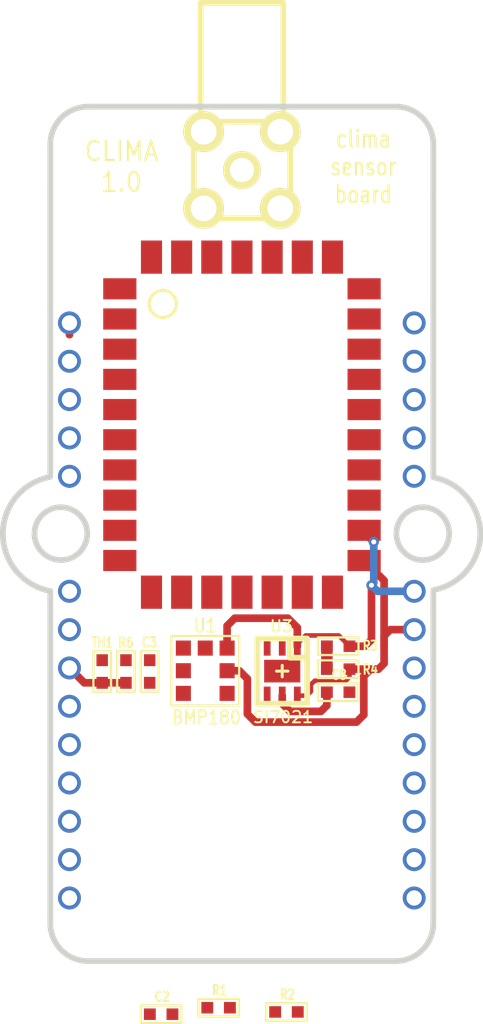
<source format=kicad_pcb>
(kicad_pcb (version 4) (host pcbnew "(2014-jul-16 BZR unknown)-product")

  (general
    (links 66)
    (no_connects 54)
    (area 144.564099 37.552699 217.745184 117.256506)
    (thickness 1.6002)
    (drawings 36)
    (tracks 56)
    (zones 0)
    (modules 15)
    (nets 31)
  )

  (page A4)
  (title_block
    (title "Clima sensor board for panStamp")
    (date "25 Feb 2015")
    (rev 1.0)
    (company panStamp)
  )

  (layers
    (0 Front signal)
    (1 Ground power)
    (2 Power power)
    (31 Back signal)
    (32 B.Adhes user)
    (33 F.Adhes user)
    (34 B.Paste user)
    (35 F.Paste user)
    (36 B.SilkS user)
    (37 F.SilkS user)
    (38 B.Mask user)
    (39 F.Mask user)
    (40 Dwgs.User user)
    (41 Cmts.User user)
    (42 Eco1.User user)
    (43 Eco2.User user)
    (44 Edge.Cuts user)
  )

  (setup
    (last_trace_width 0.508)
    (user_trace_width 0.2032)
    (user_trace_width 0.254)
    (user_trace_width 0.3048)
    (user_trace_width 0.508)
    (user_trace_width 0.762)
    (user_trace_width 1.016)
    (user_trace_width 1.27)
    (user_trace_width 0.2032)
    (user_trace_width 0.254)
    (user_trace_width 0.3048)
    (user_trace_width 0.381)
    (user_trace_width 0.508)
    (user_trace_width 0.762)
    (user_trace_width 1.016)
    (user_trace_width 1.27)
    (user_trace_width 1.778)
    (user_trace_width 0.2032)
    (user_trace_width 0.254)
    (user_trace_width 0.3048)
    (user_trace_width 0.381)
    (user_trace_width 0.508)
    (user_trace_width 0.762)
    (user_trace_width 1.016)
    (user_trace_width 1.27)
    (user_trace_width 1.778)
    (trace_clearance 0.1524)
    (zone_clearance 0.1524)
    (zone_45_only yes)
    (trace_min 0.1524)
    (segment_width 0.381)
    (edge_width 0.381)
    (via_size 0.6858)
    (via_drill 0.3302)
    (via_min_size 0.6858)
    (via_min_drill 0.3302)
    (user_via 0.6096 0.1016)
    (user_via 0.8763 0.3683)
    (user_via 0.6858 0.3302)
    (user_via 0.8763 0.3683)
    (user_via 0.6858 0.3302)
    (user_via 0.8763 0.3683)
    (uvia_size 0.5588)
    (uvia_drill 0.254)
    (uvias_allowed no)
    (uvia_min_size 0.508)
    (uvia_min_drill 0.254)
    (pcb_text_width 0.3048)
    (pcb_text_size 1.524 2.032)
    (mod_edge_width 0.1524)
    (mod_text_size 1.524 1.524)
    (mod_text_width 0.3048)
    (pad_size 1.3 1.3)
    (pad_drill 0.7)
    (pad_to_mask_clearance 0)
    (aux_axis_origin 162.52952 122.1486)
    (visible_elements FFFFF7BF)
    (pcbplotparams
      (layerselection 0x010f0_80000001)
      (usegerberextensions true)
      (excludeedgelayer true)
      (linewidth 0.150000)
      (plotframeref false)
      (viasonmask false)
      (mode 1)
      (useauxorigin false)
      (hpglpennumber 1)
      (hpglpenspeed 20)
      (hpglpendiameter 15)
      (hpglpenoverlay 2)
      (psnegative false)
      (psa4output false)
      (plotreference true)
      (plotvalue true)
      (plotinvisibletext false)
      (padsonsilk false)
      (subtractmaskfromsilk false)
      (outputformat 1)
      (mirror false)
      (drillshape 0)
      (scaleselection 1)
      (outputdirectory production/))
  )

  (net 0 "")
  (net 1 /RESET)
  (net 2 GND)
  (net 3 VCC)
  (net 4 "Net-(ANT1-Pad1)")
  (net 5 /D0)
  (net 6 /D1)
  (net 7 /D14)
  (net 8 /D15)
  (net 9 /D16)
  (net 10 /D17)
  (net 11 /D18)
  (net 12 /D2)
  (net 13 /TEST)
  (net 14 /D12)
  (net 15 /D11)
  (net 16 /D10)
  (net 17 /D9)
  (net 18 /D8)
  (net 19 /D19)
  (net 20 /D20)
  (net 21 /D21)
  (net 22 /D22)
  (net 23 +3.3V)
  (net 24 /A5)
  (net 25 /TXD)
  (net 26 /RXD)
  (net 27 /PSU_EN)
  (net 28 "Net-(R1-Pad2)")
  (net 29 /I2C_SDA)
  (net 30 /I2C_SCL)

  (net_class Default "This is the default net class."
    (clearance 0.1524)
    (trace_width 0.1524)
    (via_dia 0.6858)
    (via_drill 0.3302)
    (uvia_dia 0.5588)
    (uvia_drill 0.254)
    (add_net +3.3V)
    (add_net /A5)
    (add_net /D0)
    (add_net /D1)
    (add_net /D10)
    (add_net /D11)
    (add_net /D12)
    (add_net /D14)
    (add_net /D15)
    (add_net /D16)
    (add_net /D17)
    (add_net /D18)
    (add_net /D19)
    (add_net /D2)
    (add_net /D20)
    (add_net /D21)
    (add_net /D22)
    (add_net /D8)
    (add_net /D9)
    (add_net /I2C_SCL)
    (add_net /I2C_SDA)
    (add_net /PSU_EN)
    (add_net /RESET)
    (add_net /RXD)
    (add_net /TEST)
    (add_net /TXD)
    (add_net GND)
    (add_net "Net-(ANT1-Pad1)")
    (add_net "Net-(R1-Pad2)")
    (add_net VCC)
  )

  (module myconnectors:SMA_RightAngle_Tyco (layer Front) (tedit 55031D9C) (tstamp 54EDB777)
    (at 197.33 48.97)
    (path /55099D0E)
    (fp_text reference ANT1 (at 0 -6.37) (layer F.SilkS) hide
      (effects (font (thickness 0.3048)))
    )
    (fp_text value ANTENNA (at -0.54 -6.19) (layer F.SilkS) hide
      (effects (font (thickness 0.3048)))
    )
    (fp_line (start 2.7432 -3.2004) (end 2.7432 -11.0744) (layer F.SilkS) (width 0.381))
    (fp_line (start 2.7432 -11.0744) (end -2.7432 -11.0744) (layer F.SilkS) (width 0.381))
    (fp_line (start -2.7432 -11.0744) (end -2.7432 -3.2512) (layer F.SilkS) (width 0.381))
    (fp_line (start 3.2004 3.2004) (end -3.2004 3.2004) (layer F.SilkS) (width 0.381))
    (fp_line (start -3.2004 3.2004) (end -3.2004 -3.2004) (layer F.SilkS) (width 0.381))
    (fp_line (start -3.2004 -3.2004) (end 3.2004 -3.2004) (layer F.SilkS) (width 0.381))
    (fp_line (start 3.2004 -3.2004) (end 3.2004 3.2004) (layer F.SilkS) (width 0.381))
    (pad 1 thru_hole circle (at 0 0) (size 2.49936 2.49936) (drill 1.6002) (layers *.Cu *.Mask F.SilkS)
      (net 4 "Net-(ANT1-Pad1)"))
    (pad 2 thru_hole circle (at 2.54 -2.54) (size 2.70002 2.70002) (drill 1.69926) (layers *.Cu *.Mask F.SilkS)
      (net 2 GND))
    (pad 2 thru_hole circle (at -2.54 -2.54) (size 2.70002 2.70002) (drill 1.69926) (layers *.Cu *.Mask F.SilkS)
      (net 2 GND))
    (pad 2 thru_hole circle (at -2.54 2.54) (size 2.70002 2.70002) (drill 1.69926) (layers *.Cu *.Mask F.SilkS)
      (net 2 GND))
    (pad 2 thru_hole circle (at 2.54 2.54) (size 2.70002 2.70002) (drill 1.69926) (layers *.Cu *.Mask F.SilkS)
      (net 2 GND))
  )

  (module myconnectors:pin_array_1x14 (layer Front) (tedit 55030D1B) (tstamp 55038D38)
    (at 185.89 80.89 270)
    (descr "PIN HEADER - 0.1\"")
    (tags "PIN HEADER - 0.1\"")
    (path /55085132)
    (attr virtual)
    (fp_text reference P1 (at -18.2 2.59 270) (layer F.SilkS) hide
      (effects (font (size 1.27 1.27) (thickness 0.0889)))
    )
    (fp_text value CONN_01X14 (at -10.16 2.54 270) (layer F.SilkS) hide
      (effects (font (size 1.27 1.27) (thickness 0.0889)))
    )
    (pad 1 thru_hole circle (at -21.79 0 270) (size 1.524 1.524) (drill 1.016) (layers *.Cu *.Mask)
      (net 20 /D20))
    (pad 2 thru_hole circle (at -19.25 0 270) (size 1.524 1.524) (drill 1.016) (layers *.Cu *.Mask)
      (net 19 /D19))
    (pad 3 thru_hole circle (at -16.71 0 270) (size 1.524 1.524) (drill 1.016) (layers *.Cu *.Mask)
      (net 11 /D18))
    (pad 4 thru_hole circle (at -14.17 0 270) (size 1.524 1.524) (drill 1.016) (layers *.Cu *.Mask)
      (net 10 /D17))
    (pad 5 thru_hole circle (at -11.63 0 270) (size 1.524 1.524) (drill 1.016) (layers *.Cu *.Mask)
      (net 9 /D16))
    (pad 6 thru_hole circle (at -4.01 0 270) (size 1.524 1.524) (drill 1.016) (layers *.Cu *.Mask)
      (net 8 /D15))
    (pad 7 thru_hole circle (at -1.47 0 270) (size 1.524 1.524) (drill 1.016) (layers *.Cu *.Mask)
      (net 7 /D14))
    (pad 8 thru_hole circle (at 1.07 0 270) (size 1.524 1.524) (drill 1.016) (layers *.Cu *.Mask)
      (net 24 /A5))
    (pad 9 thru_hole circle (at 3.61 0 270) (size 1.524 1.524) (drill 1.016) (layers *.Cu *.Mask)
      (net 14 /D12))
    (pad 10 thru_hole circle (at 6.15 0 270) (size 1.524 1.524) (drill 1.016) (layers *.Cu *.Mask)
      (net 15 /D11))
    (pad 11 thru_hole circle (at 8.69 0 270) (size 1.524 1.524) (drill 1.016) (layers *.Cu *.Mask)
      (net 16 /D10))
    (pad 12 thru_hole circle (at 11.23 0 270) (size 1.524 1.524) (drill 1.016) (layers *.Cu *.Mask)
      (net 17 /D9))
    (pad 13 thru_hole circle (at 13.77 0 270) (size 1.524 1.524) (drill 1.016) (layers *.Cu *.Mask)
      (net 18 /D8))
    (pad 14 thru_hole circle (at 16.31 0 270) (size 1.524 1.524) (drill 1.016) (layers *.Cu *.Mask)
      (net 2 GND))
  )

  (module myconnectors:pin_array_1x14 (layer Front) (tedit 55030DE0) (tstamp 55038C5F)
    (at 208.75 80.89 270)
    (descr "PIN HEADER - 0.1\"")
    (tags "PIN HEADER - 0.1\"")
    (path /55085133)
    (attr virtual)
    (fp_text reference P2 (at -16.51 -2.54 270) (layer F.SilkS) hide
      (effects (font (size 1.27 1.27) (thickness 0.0889)))
    )
    (fp_text value CONN_01X14 (at -8.58 -2.66 270) (layer F.SilkS) hide
      (effects (font (size 1.27 1.27) (thickness 0.0889)))
    )
    (pad 1 thru_hole circle (at -21.79 0 270) (size 1.524 1.524) (drill 1.016) (layers *.Cu *.Mask)
      (net 21 /D21))
    (pad 2 thru_hole circle (at -19.25 0 270) (size 1.524 1.524) (drill 1.016) (layers *.Cu *.Mask)
      (net 22 /D22))
    (pad 3 thru_hole circle (at -16.71 0 270) (size 1.524 1.524) (drill 1.016) (layers *.Cu *.Mask)
      (net 5 /D0))
    (pad 4 thru_hole circle (at -14.17 0 270) (size 1.524 1.524) (drill 1.016) (layers *.Cu *.Mask)
      (net 6 /D1))
    (pad 5 thru_hole circle (at -11.63 0 270) (size 1.524 1.524) (drill 1.016) (layers *.Cu *.Mask)
      (net 12 /D2))
    (pad 6 thru_hole circle (at -4.01 0 270) (size 1.524 1.524) (drill 1.016) (layers *.Cu *.Mask)
      (net 29 /I2C_SDA))
    (pad 7 thru_hole circle (at -1.47 0 270) (size 1.524 1.524) (drill 1.016) (layers *.Cu *.Mask)
      (net 30 /I2C_SCL))
    (pad 8 thru_hole circle (at 1.07 0 270) (size 1.524 1.524) (drill 1.016) (layers *.Cu *.Mask)
      (net 26 /RXD))
    (pad 9 thru_hole circle (at 3.61 0 270) (size 1.524 1.524) (drill 1.016) (layers *.Cu *.Mask)
      (net 25 /TXD))
    (pad 10 thru_hole circle (at 6.15 0 270) (size 1.524 1.524) (drill 1.016) (layers *.Cu *.Mask)
      (net 27 /PSU_EN))
    (pad 11 thru_hole circle (at 8.69 0 270) (size 1.524 1.524) (drill 1.016) (layers *.Cu *.Mask)
      (net 1 /RESET))
    (pad 12 thru_hole circle (at 11.23 0 270) (size 1.524 1.524) (drill 1.016) (layers *.Cu *.Mask)
      (net 13 /TEST))
    (pad 13 thru_hole circle (at 13.77 0 270) (size 1.524 1.524) (drill 1.016) (layers *.Cu *.Mask)
      (net 2 GND))
    (pad 14 thru_hole circle (at 16.31 0 270) (size 1.524 1.524) (drill 1.016) (layers *.Cu *.Mask)
      (net 3 VCC))
  )

  (module mysmd:SM0603S (layer Front) (tedit 4BFCCFF3) (tstamp 550A42DE)
    (at 191.97 104.9)
    (path /5508513D)
    (attr smd)
    (fp_text reference C2 (at 0.0635 -1.1557) (layer F.SilkS)
      (effects (font (size 0.635 0.508) (thickness 0.127)))
    )
    (fp_text value 1u (at 0.0762 -0.0254) (layer F.SilkS) hide
      (effects (font (size 0.635 0.508) (thickness 0.127)))
    )
    (fp_line (start 0.1524 -0.5842) (end -1.3462 -0.5842) (layer F.SilkS) (width 0.1524))
    (fp_line (start -1.3462 -0.5842) (end -1.3462 0.5842) (layer F.SilkS) (width 0.1524))
    (fp_line (start -1.3462 0.5842) (end 0.1524 0.5842) (layer F.SilkS) (width 0.1524))
    (fp_line (start 0.1524 -0.5842) (end 1.3462 -0.5842) (layer F.SilkS) (width 0.1524))
    (fp_line (start 1.3462 -0.5842) (end 1.3462 0.5842) (layer F.SilkS) (width 0.1524))
    (fp_line (start 1.3462 0.5842) (end 0.1524 0.5842) (layer F.SilkS) (width 0.1524))
    (pad 2 smd rect (at 0.7493 0) (size 0.7874 0.762) (layers Front F.Paste F.Mask)
      (net 2 GND))
    (pad 1 smd rect (at -0.7493 0) (size 0.7874 0.762) (layers Front F.Paste F.Mask)
      (net 3 VCC))
    (model smd/chip_cms.wrl
      (at (xyz 0 0 0))
      (scale (xyz 0.17 0.16 0.16))
      (rotate (xyz 0 0 0))
    )
  )

  (module mysmd:SM0603S (layer Front) (tedit 5509A6D9) (tstamp 550A42EA)
    (at 191.2112 82.1944 90)
    (path /5508513F)
    (attr smd)
    (fp_text reference C3 (at 1.9304 -0.0254 180) (layer F.SilkS)
      (effects (font (size 0.635 0.508) (thickness 0.127)))
    )
    (fp_text value 100n (at 0.0762 -0.0254 90) (layer F.SilkS) hide
      (effects (font (size 0.635 0.508) (thickness 0.127)))
    )
    (fp_line (start 0.1524 -0.5842) (end -1.3462 -0.5842) (layer F.SilkS) (width 0.1524))
    (fp_line (start -1.3462 -0.5842) (end -1.3462 0.5842) (layer F.SilkS) (width 0.1524))
    (fp_line (start -1.3462 0.5842) (end 0.1524 0.5842) (layer F.SilkS) (width 0.1524))
    (fp_line (start 0.1524 -0.5842) (end 1.3462 -0.5842) (layer F.SilkS) (width 0.1524))
    (fp_line (start 1.3462 -0.5842) (end 1.3462 0.5842) (layer F.SilkS) (width 0.1524))
    (fp_line (start 1.3462 0.5842) (end 0.1524 0.5842) (layer F.SilkS) (width 0.1524))
    (pad 2 smd rect (at 0.7493 0 90) (size 0.7874 0.762) (layers Front F.Paste F.Mask)
      (net 2 GND))
    (pad 1 smd rect (at -0.7493 0 90) (size 0.7874 0.762) (layers Front F.Paste F.Mask)
      (net 3 VCC))
    (model smd/chip_cms.wrl
      (at (xyz 0 0 0))
      (scale (xyz 0.17 0.16 0.16))
      (rotate (xyz 0 0 0))
    )
  )

  (module mysmd:SM0603S (layer Front) (tedit 4BFCCFF3) (tstamp 550A4326)
    (at 203.708 83.566)
    (path /55085143)
    (attr smd)
    (fp_text reference C8 (at 0.0635 -1.1557) (layer F.SilkS)
      (effects (font (size 0.635 0.508) (thickness 0.127)))
    )
    (fp_text value 100n (at 0.0762 -0.0254) (layer F.SilkS) hide
      (effects (font (size 0.635 0.508) (thickness 0.127)))
    )
    (fp_line (start 0.1524 -0.5842) (end -1.3462 -0.5842) (layer F.SilkS) (width 0.1524))
    (fp_line (start -1.3462 -0.5842) (end -1.3462 0.5842) (layer F.SilkS) (width 0.1524))
    (fp_line (start -1.3462 0.5842) (end 0.1524 0.5842) (layer F.SilkS) (width 0.1524))
    (fp_line (start 0.1524 -0.5842) (end 1.3462 -0.5842) (layer F.SilkS) (width 0.1524))
    (fp_line (start 1.3462 -0.5842) (end 1.3462 0.5842) (layer F.SilkS) (width 0.1524))
    (fp_line (start 1.3462 0.5842) (end 0.1524 0.5842) (layer F.SilkS) (width 0.1524))
    (pad 2 smd rect (at 0.7493 0) (size 0.7874 0.762) (layers Front F.Paste F.Mask)
      (net 2 GND))
    (pad 1 smd rect (at -0.7493 0) (size 0.7874 0.762) (layers Front F.Paste F.Mask)
      (net 3 VCC))
    (model smd/chip_cms.wrl
      (at (xyz 0 0 0))
      (scale (xyz 0.17 0.16 0.16))
      (rotate (xyz 0 0 0))
    )
  )

  (module mysmd:PANSTAMP_2 (layer Front) (tedit 55099A41) (tstamp 550A4366)
    (at 197.33 65.84)
    (path /55085137)
    (fp_text reference PS1 (at 0 0.75) (layer F.SilkS) hide
      (effects (font (thickness 0.3048)))
    )
    (fp_text value PANSTAMP_NRG2 (at 0 3.25) (layer F.SilkS) hide
      (effects (font (thickness 0.3048)))
    )
    (fp_circle (center -5.25 -8) (end -5.75 -8.75) (layer F.SilkS) (width 0.2032))
    (pad 1 smd rect (at -8.1 -9) (size 2.2 1.4) (layers Front F.Paste F.Mask)
      (net 10 /D17))
    (pad 2 smd rect (at -8.1 -7) (size 2.2 1.4) (layers Front F.Paste F.Mask)
      (net 9 /D16))
    (pad 3 smd rect (at -8.1 -5) (size 2.2 1.4) (layers Front F.Paste F.Mask)
      (net 8 /D15))
    (pad 4 smd rect (at -8.1 -3) (size 2.2 1.4) (layers Front F.Paste F.Mask)
      (net 7 /D14))
    (pad 5 smd rect (at -8.1 -1) (size 2.2 1.4) (layers Front F.Paste F.Mask)
      (net 24 /A5))
    (pad 6 smd rect (at -8.1 1) (size 2.2 1.4) (layers Front F.Paste F.Mask)
      (net 14 /D12))
    (pad 7 smd rect (at -8.1 3) (size 2.2 1.4) (layers Front F.Paste F.Mask)
      (net 15 /D11))
    (pad 8 smd rect (at -8.1 5) (size 2.2 1.4) (layers Front F.Paste F.Mask)
      (net 16 /D10))
    (pad 9 smd rect (at -8.1 7) (size 2.2 1.4) (layers Front F.Paste F.Mask)
      (net 17 /D9))
    (pad 10 smd rect (at -8.1 9) (size 2.2 1.4) (layers Front F.Paste F.Mask)
      (net 18 /D8))
    (pad 11 smd rect (at -6 11.1 90) (size 2.2 1.4) (layers Front F.Paste F.Mask)
      (net 13 /TEST))
    (pad 12 smd rect (at -4 11.1 90) (size 2.2 1.4) (layers Front F.Paste F.Mask)
      (net 1 /RESET))
    (pad 13 smd rect (at -2 11.1 90) (size 2.2 1.4) (layers Front F.Paste F.Mask)
      (net 3 VCC))
    (pad 14 smd rect (at 0 11.1 90) (size 2.2 1.4) (layers Front F.Paste F.Mask)
      (net 2 GND))
    (pad 15 smd rect (at 2 11.1 90) (size 2.2 1.4) (layers Front F.Paste F.Mask)
      (net 27 /PSU_EN))
    (pad 16 smd rect (at 4 11.1 90) (size 2.2 1.4) (layers Front F.Paste F.Mask)
      (net 25 /TXD))
    (pad 17 smd rect (at 6 11.1 90) (size 2.2 1.4) (layers Front F.Paste F.Mask)
      (net 26 /RXD))
    (pad 18 smd rect (at 8.1 9) (size 2.2 1.4) (layers Front F.Paste F.Mask)
      (net 30 /I2C_SCL))
    (pad 19 smd rect (at 8.1 7) (size 2.2 1.4) (layers Front F.Paste F.Mask)
      (net 29 /I2C_SDA))
    (pad 20 smd rect (at 8.1 5) (size 2.2 1.4) (layers Front F.Paste F.Mask)
      (net 12 /D2))
    (pad 21 smd rect (at 8.1 3) (size 2.2 1.4) (layers Front F.Paste F.Mask)
      (net 6 /D1))
    (pad 22 smd rect (at 8.1 1) (size 2.2 1.4) (layers Front F.Paste F.Mask)
      (net 5 /D0))
    (pad 23 smd rect (at 8.1 -1) (size 2.2 1.4) (layers Front F.Paste F.Mask)
      (net 22 /D22))
    (pad 24 smd rect (at 8.1 -3) (size 2.2 1.4) (layers Front F.Paste F.Mask)
      (net 21 /D21))
    (pad 25 smd rect (at 8.1 -5) (size 2.2 1.4) (layers Front F.Paste F.Mask)
      (net 20 /D20))
    (pad 26 smd rect (at 8.1 -7) (size 2.2 1.4) (layers Front F.Paste F.Mask)
      (net 19 /D19))
    (pad 27 smd rect (at 8.1 -9) (size 2.2 1.4) (layers Front F.Paste F.Mask)
      (net 11 /D18))
    (pad 28 smd rect (at 6 -11.1 90) (size 2.2 1.4) (layers Front F.Paste F.Mask)
      (net 2 GND))
    (pad 29 smd rect (at 4 -11.1 90) (size 2.2 1.4) (layers Front F.Paste F.Mask)
      (net 2 GND))
    (pad 30 smd rect (at 2 -11.1 90) (size 2.2 1.4) (layers Front F.Paste F.Mask)
      (net 2 GND))
    (pad 31 smd rect (at 0 -11.1 90) (size 2.2 1.4) (layers Front F.Paste F.Mask)
      (net 4 "Net-(ANT1-Pad1)"))
    (pad 32 smd rect (at -2 -11.1 90) (size 2.2 1.4) (layers Front F.Paste F.Mask)
      (net 2 GND))
    (pad 33 smd rect (at -4 -11.1 90) (size 2.2 1.4) (layers Front F.Paste F.Mask)
      (net 2 GND))
    (pad 34 smd rect (at -6 -11.1 90) (size 2.2 1.4) (layers Front F.Paste F.Mask)
      (net 2 GND))
  )

  (module mysmd:SM0603S (layer Front) (tedit 4BFCCFF3) (tstamp 550A4372)
    (at 195.78 104.47)
    (path /5508515C)
    (attr smd)
    (fp_text reference R1 (at 0.0635 -1.1557) (layer F.SilkS)
      (effects (font (size 0.635 0.508) (thickness 0.127)))
    )
    (fp_text value 976k (at 0.0762 -0.0254) (layer F.SilkS) hide
      (effects (font (size 0.635 0.508) (thickness 0.127)))
    )
    (fp_line (start 0.1524 -0.5842) (end -1.3462 -0.5842) (layer F.SilkS) (width 0.1524))
    (fp_line (start -1.3462 -0.5842) (end -1.3462 0.5842) (layer F.SilkS) (width 0.1524))
    (fp_line (start -1.3462 0.5842) (end 0.1524 0.5842) (layer F.SilkS) (width 0.1524))
    (fp_line (start 0.1524 -0.5842) (end 1.3462 -0.5842) (layer F.SilkS) (width 0.1524))
    (fp_line (start 1.3462 -0.5842) (end 1.3462 0.5842) (layer F.SilkS) (width 0.1524))
    (fp_line (start 1.3462 0.5842) (end 0.1524 0.5842) (layer F.SilkS) (width 0.1524))
    (pad 2 smd rect (at 0.7493 0) (size 0.7874 0.762) (layers Front F.Paste F.Mask)
      (net 28 "Net-(R1-Pad2)"))
    (pad 1 smd rect (at -0.7493 0) (size 0.7874 0.762) (layers Front F.Paste F.Mask)
      (net 23 +3.3V))
    (model smd/chip_cms.wrl
      (at (xyz 0 0 0))
      (scale (xyz 0.17 0.16 0.16))
      (rotate (xyz 0 0 0))
    )
  )

  (module mysmd:SM0603S (layer Front) (tedit 4BFCCFF3) (tstamp 550A437E)
    (at 200.28 104.75)
    (path /55085169)
    (attr smd)
    (fp_text reference R2 (at 0.0635 -1.1557) (layer F.SilkS)
      (effects (font (size 0.635 0.508) (thickness 0.127)))
    )
    (fp_text value 562k (at 0.0762 -0.0254) (layer F.SilkS) hide
      (effects (font (size 0.635 0.508) (thickness 0.127)))
    )
    (fp_line (start 0.1524 -0.5842) (end -1.3462 -0.5842) (layer F.SilkS) (width 0.1524))
    (fp_line (start -1.3462 -0.5842) (end -1.3462 0.5842) (layer F.SilkS) (width 0.1524))
    (fp_line (start -1.3462 0.5842) (end 0.1524 0.5842) (layer F.SilkS) (width 0.1524))
    (fp_line (start 0.1524 -0.5842) (end 1.3462 -0.5842) (layer F.SilkS) (width 0.1524))
    (fp_line (start 1.3462 -0.5842) (end 1.3462 0.5842) (layer F.SilkS) (width 0.1524))
    (fp_line (start 1.3462 0.5842) (end 0.1524 0.5842) (layer F.SilkS) (width 0.1524))
    (pad 2 smd rect (at 0.7493 0) (size 0.7874 0.762) (layers Front F.Paste F.Mask)
      (net 2 GND))
    (pad 1 smd rect (at -0.7493 0) (size 0.7874 0.762) (layers Front F.Paste F.Mask)
      (net 28 "Net-(R1-Pad2)"))
    (model smd/chip_cms.wrl
      (at (xyz 0 0 0))
      (scale (xyz 0.17 0.16 0.16))
      (rotate (xyz 0 0 0))
    )
  )

  (module mysmd:SM0603S (layer Front) (tedit 5509A259) (tstamp 550A438A)
    (at 203.71 80.52)
    (path /55085141)
    (attr smd)
    (fp_text reference R3 (at 2.1316 -0.0274) (layer F.SilkS)
      (effects (font (size 0.635 0.508) (thickness 0.127)))
    )
    (fp_text value 10k (at 0.0762 -0.0254) (layer F.SilkS) hide
      (effects (font (size 0.635 0.508) (thickness 0.127)))
    )
    (fp_line (start 0.1524 -0.5842) (end -1.3462 -0.5842) (layer F.SilkS) (width 0.1524))
    (fp_line (start -1.3462 -0.5842) (end -1.3462 0.5842) (layer F.SilkS) (width 0.1524))
    (fp_line (start -1.3462 0.5842) (end 0.1524 0.5842) (layer F.SilkS) (width 0.1524))
    (fp_line (start 0.1524 -0.5842) (end 1.3462 -0.5842) (layer F.SilkS) (width 0.1524))
    (fp_line (start 1.3462 -0.5842) (end 1.3462 0.5842) (layer F.SilkS) (width 0.1524))
    (fp_line (start 1.3462 0.5842) (end 0.1524 0.5842) (layer F.SilkS) (width 0.1524))
    (pad 2 smd rect (at 0.7493 0) (size 0.7874 0.762) (layers Front F.Paste F.Mask)
      (net 29 /I2C_SDA))
    (pad 1 smd rect (at -0.7493 0) (size 0.7874 0.762) (layers Front F.Paste F.Mask)
      (net 3 VCC))
    (model smd/chip_cms.wrl
      (at (xyz 0 0 0))
      (scale (xyz 0.17 0.16 0.16))
      (rotate (xyz 0 0 0))
    )
  )

  (module mysmd:SM0603S (layer Front) (tedit 5509A25D) (tstamp 550A4396)
    (at 203.71 82.04)
    (path /55085142)
    (attr smd)
    (fp_text reference R4 (at 2.1316 0.0274) (layer F.SilkS)
      (effects (font (size 0.635 0.508) (thickness 0.127)))
    )
    (fp_text value 10k (at 0.0762 -0.0254) (layer F.SilkS) hide
      (effects (font (size 0.635 0.508) (thickness 0.127)))
    )
    (fp_line (start 0.1524 -0.5842) (end -1.3462 -0.5842) (layer F.SilkS) (width 0.1524))
    (fp_line (start -1.3462 -0.5842) (end -1.3462 0.5842) (layer F.SilkS) (width 0.1524))
    (fp_line (start -1.3462 0.5842) (end 0.1524 0.5842) (layer F.SilkS) (width 0.1524))
    (fp_line (start 0.1524 -0.5842) (end 1.3462 -0.5842) (layer F.SilkS) (width 0.1524))
    (fp_line (start 1.3462 -0.5842) (end 1.3462 0.5842) (layer F.SilkS) (width 0.1524))
    (fp_line (start 1.3462 0.5842) (end 0.1524 0.5842) (layer F.SilkS) (width 0.1524))
    (pad 2 smd rect (at 0.7493 0) (size 0.7874 0.762) (layers Front F.Paste F.Mask)
      (net 30 /I2C_SCL))
    (pad 1 smd rect (at -0.7493 0) (size 0.7874 0.762) (layers Front F.Paste F.Mask)
      (net 3 VCC))
    (model smd/chip_cms.wrl
      (at (xyz 0 0 0))
      (scale (xyz 0.17 0.16 0.16))
      (rotate (xyz 0 0 0))
    )
  )

  (module mysmd:SM0603S (layer Front) (tedit 5509A82B) (tstamp 550DBD5F)
    (at 189.6364 82.1944 90)
    (path /5508513B)
    (attr smd)
    (fp_text reference R6 (at 1.905 0 180) (layer F.SilkS)
      (effects (font (size 0.635 0.508) (thickness 0.127)))
    )
    (fp_text value 10k (at 0.0762 -0.0254 90) (layer F.SilkS) hide
      (effects (font (size 0.635 0.508) (thickness 0.127)))
    )
    (fp_line (start 0.1524 -0.5842) (end -1.3462 -0.5842) (layer F.SilkS) (width 0.1524))
    (fp_line (start -1.3462 -0.5842) (end -1.3462 0.5842) (layer F.SilkS) (width 0.1524))
    (fp_line (start -1.3462 0.5842) (end 0.1524 0.5842) (layer F.SilkS) (width 0.1524))
    (fp_line (start 0.1524 -0.5842) (end 1.3462 -0.5842) (layer F.SilkS) (width 0.1524))
    (fp_line (start 1.3462 -0.5842) (end 1.3462 0.5842) (layer F.SilkS) (width 0.1524))
    (fp_line (start 1.3462 0.5842) (end 0.1524 0.5842) (layer F.SilkS) (width 0.1524))
    (pad 2 smd rect (at 0.7493 0 90) (size 0.7874 0.762) (layers Front F.Paste F.Mask)
      (net 2 GND))
    (pad 1 smd rect (at -0.7493 0 90) (size 0.7874 0.762) (layers Front F.Paste F.Mask)
      (net 24 /A5))
    (model smd/chip_cms.wrl
      (at (xyz 0 0 0))
      (scale (xyz 0.17 0.16 0.16))
      (rotate (xyz 0 0 0))
    )
  )

  (module mysmd:SM0603S (layer Front) (tedit 5509A830) (tstamp 550A43BA)
    (at 188.0616 82.1944 90)
    (path /5508513A)
    (attr smd)
    (fp_text reference TH1 (at 1.9304 0 180) (layer F.SilkS)
      (effects (font (size 0.635 0.508) (thickness 0.127)))
    )
    (fp_text value THERMISTOR (at 0.0762 -0.0254 90) (layer F.SilkS) hide
      (effects (font (size 0.635 0.508) (thickness 0.127)))
    )
    (fp_line (start 0.1524 -0.5842) (end -1.3462 -0.5842) (layer F.SilkS) (width 0.1524))
    (fp_line (start -1.3462 -0.5842) (end -1.3462 0.5842) (layer F.SilkS) (width 0.1524))
    (fp_line (start -1.3462 0.5842) (end 0.1524 0.5842) (layer F.SilkS) (width 0.1524))
    (fp_line (start 0.1524 -0.5842) (end 1.3462 -0.5842) (layer F.SilkS) (width 0.1524))
    (fp_line (start 1.3462 -0.5842) (end 1.3462 0.5842) (layer F.SilkS) (width 0.1524))
    (fp_line (start 1.3462 0.5842) (end 0.1524 0.5842) (layer F.SilkS) (width 0.1524))
    (pad 2 smd rect (at 0.7493 0 90) (size 0.7874 0.762) (layers Front F.Paste F.Mask)
      (net 22 /D22))
    (pad 1 smd rect (at -0.7493 0 90) (size 0.7874 0.762) (layers Front F.Paste F.Mask)
      (net 24 /A5))
    (model smd/chip_cms.wrl
      (at (xyz 0 0 0))
      (scale (xyz 0.17 0.16 0.16))
      (rotate (xyz 0 0 0))
    )
  )

  (module mysmd:BMP180 (layer Front) (tedit 5509A703) (tstamp 550DC12F)
    (at 194.8942 82.1436 270)
    (path /5508514C)
    (fp_text reference U1 (at -2.9972 0 360) (layer F.SilkS)
      (effects (font (size 0.889 0.762) (thickness 0.127)))
    )
    (fp_text value BMP180 (at 3.0988 -0.0762 360) (layer F.SilkS)
      (effects (font (size 0.889 0.762) (thickness 0.127)))
    )
    (fp_line (start -2.3 -2.25) (end -2.3 2.25) (layer F.SilkS) (width 0.1524))
    (fp_line (start -2.3 2.25) (end 2.3 2.25) (layer F.SilkS) (width 0.1524))
    (fp_line (start 2.3 2.25) (end 2.3 -2.25) (layer F.SilkS) (width 0.1524))
    (fp_line (start 2.3 -2.25) (end -2.3 -2.25) (layer F.SilkS) (width 0.1524))
    (pad 3 smd rect (at 1.5 1.45 270) (size 1 1) (layers Front F.Paste F.Mask)
      (net 3 VCC))
    (pad 2 smd rect (at 0 1.45 270) (size 1 1) (layers Front F.Paste F.Mask)
      (net 3 VCC))
    (pad 1 smd rect (at -1.5 1.45 270) (size 1 1) (layers Front F.Paste F.Mask))
    (pad 6 smd rect (at -1.5 -1.45 270) (size 1 1) (layers Front F.Paste F.Mask)
      (net 29 /I2C_SDA))
    (pad 5 smd rect (at 0 -1.45 270) (size 1 1) (layers Front F.Paste F.Mask)
      (net 30 /I2C_SCL))
    (pad 4 smd rect (at 1.5 -1.45 270) (size 1 1) (layers Front F.Paste F.Mask))
    (pad 7 smd rect (at -1.5 0 270) (size 1 1) (layers Front F.Paste F.Mask)
      (net 2 GND))
  )

  (module mysmd:DFN-6 (layer Front) (tedit 5509A681) (tstamp 550A43EB)
    (at 199.9996 82.169 180)
    (path /55085149)
    (fp_text reference U3 (at 0.0508 2.9718 360) (layer F.SilkS)
      (effects (font (size 0.762 0.762) (thickness 0.127)))
    )
    (fp_text value SI7021 (at -0.0508 -3.048 180) (layer F.SilkS)
      (effects (font (size 0.762 0.762) (thickness 0.127)))
    )
    (fp_line (start -1.651 0.889) (end -0.508 0.889) (layer F.SilkS) (width 0.381))
    (fp_line (start -0.508 0.889) (end -0.508 2.159) (layer F.SilkS) (width 0.381))
    (fp_line (start -1.651 -2.159) (end 1.651 -2.159) (layer F.SilkS) (width 0.381))
    (fp_line (start 1.651 -2.159) (end 1.651 2.159) (layer F.SilkS) (width 0.381))
    (fp_line (start 1.651 2.159) (end -1.651 2.159) (layer F.SilkS) (width 0.381))
    (fp_line (start -1.651 2.159) (end -1.651 -2.159) (layer F.SilkS) (width 0.381))
    (fp_line (start -0.381 0) (end 0.381 0) (layer F.SilkS) (width 0.2032))
    (fp_line (start 0 -0.381) (end 0 0.381) (layer F.SilkS) (width 0.2032))
    (pad 6 smd rect (at -1 -1.625 180) (size 0.45 1.2) (layers Front F.Paste F.Mask)
      (net 30 /I2C_SCL) (solder_mask_margin 0.1) (solder_paste_margin -0.025))
    (pad 5 smd rect (at 0 -1.625 180) (size 0.45 1.2) (layers Front F.Paste F.Mask)
      (net 3 VCC) (solder_mask_margin 0.1) (solder_paste_margin -0.025))
    (pad 4 smd rect (at 1 -1.625 180) (size 0.45 1.2) (layers Front F.Paste F.Mask)
      (solder_mask_margin 0.1) (solder_paste_margin -0.025))
    (pad 3 smd rect (at 1 1.625 180) (size 0.45 1.2) (layers Front F.Paste F.Mask)
      (solder_mask_margin 0.1) (solder_paste_margin -0.025))
    (pad 2 smd rect (at 0 1.625 180) (size 0.45 1.2) (layers Front F.Paste F.Mask)
      (net 2 GND) (solder_mask_margin 0.1) (solder_paste_margin -0.025))
    (pad 1 smd rect (at -1 1.625 180) (size 0.45 1.2) (layers Front F.Paste F.Mask)
      (net 29 /I2C_SDA) (solder_mask_margin 0.1) (solder_paste_margin -0.025))
    (pad 7 smd rect (at 0 0 180) (size 2.4 1.5) (layers Front F.Paste F.Mask))
  )

  (gr_line (start 207.51 101.38) (end 187.08 101.38) (angle 90) (layer Edge.Cuts) (width 0.381))
  (gr_line (start 184.62 77.35) (end 184.62 76.86) (angle 90) (layer Edge.Cuts) (width 0.381))
  (gr_line (start 184.62 69.3) (end 184.61 69.3) (angle 90) (layer Edge.Cuts) (width 0.381))
  (gr_line (start 184.62 68.78) (end 184.62 69.3) (angle 90) (layer Edge.Cuts) (width 0.381))
  (gr_arc (start 185.29 73.06) (end 181.5 73.5) (angle 86) (layer Edge.Cuts) (width 0.381))
  (gr_line (start 210.02 68.85) (end 210.02 69.32) (angle 90) (layer Edge.Cuts) (width 0.381))
  (gr_line (start 210.02 77.38) (end 210.02 76.8) (angle 90) (layer Edge.Cuts) (width 0.381))
  (gr_arc (start 209.34 73.06) (end 213.13 72.88) (angle 82) (layer Edge.Cuts) (width 0.381))
  (gr_circle (center 185.32 73.06) (end 185.32 71.31) (layer Edge.Cuts) (width 0.381))
  (gr_circle (center 209.32 73.06) (end 209.32 71.31) (layer Edge.Cuts) (width 0.381))
  (gr_line (start 210.02 57.94) (end 210.02 68.83) (angle 90) (layer Edge.Cuts) (width 0.381))
  (gr_line (start 210.02 77.79) (end 210.02 77.39) (angle 90) (layer Edge.Cuts) (width 0.381))
  (gr_line (start 184.62 68.81) (end 184.63 68.81) (angle 90) (layer Edge.Cuts) (width 0.381))
  (gr_line (start 184.62 57.96) (end 184.62 68.81) (angle 90) (layer Edge.Cuts) (width 0.381))
  (gr_line (start 184.62 77.84) (end 184.62 77.36) (angle 90) (layer Edge.Cuts) (width 0.381))
  (gr_line (start 184.62 50.28) (end 184.62 47.28) (angle 90) (layer Edge.Cuts) (width 0.381))
  (gr_line (start 210.02 47.28) (end 210.02 50.22) (angle 90) (layer Edge.Cuts) (width 0.381))
  (gr_line (start 210.02 98.5) (end 210.02 77.81) (angle 90) (layer Edge.Cuts) (width 0.381))
  (gr_arc (start 209.32 73.08) (end 210.02 69.33) (angle 90) (layer Edge.Cuts) (width 0.381) (tstamp 55038AFA))
  (gr_line (start 184.62 77.87) (end 184.62 98.97) (angle 90) (layer Edge.Cuts) (width 0.381))
  (gr_arc (start 185.32 73.08) (end 184.62 76.86) (angle 90) (layer Edge.Cuts) (width 0.381) (tstamp 55038B11))
  (gr_text "CLIMA\n1.0" (at 189.34 48.75) (layer F.SilkS) (tstamp 55011D29)
    (effects (font (size 1.27 1.143) (thickness 0.1524)))
  )
  (gr_text "clima\nsensor\nboard" (at 205.38 48.75) (layer F.SilkS)
    (effects (font (size 1.143 0.889) (thickness 0.1524)))
  )
  (gr_line (start 210.02 50.3) (end 210.02 50.84) (angle 90) (layer Edge.Cuts) (width 0.381))
  (gr_line (start 184.62 50.3) (end 184.62 50.79) (angle 90) (layer Edge.Cuts) (width 0.381))
  (gr_line (start 184.62 98.61) (end 184.62 98.93) (angle 90) (layer Edge.Cuts) (width 0.381))
  (gr_line (start 210.02 98.93) (end 210.01 98.93) (angle 90) (layer Edge.Cuts) (width 0.381))
  (gr_line (start 210.02 98.52) (end 210.02 98.93) (angle 90) (layer Edge.Cuts) (width 0.381))
  (gr_line (start 184.62 57.94) (end 184.62 50.78) (angle 90) (layer Edge.Cuts) (width 0.381))
  (gr_line (start 210.02 50.8) (end 210.01 50.8) (angle 90) (layer Edge.Cuts) (width 0.381))
  (gr_line (start 210.02 57.94) (end 210.02 50.8) (angle 90) (layer Edge.Cuts) (width 0.381))
  (gr_line (start 187.15 44.77) (end 207.51 44.77) (angle 90) (layer Edge.Cuts) (width 0.381))
  (gr_arc (start 207.53 47.26) (end 207.53 44.77) (angle 90) (layer Edge.Cuts) (width 0.381))
  (gr_arc (start 187.12 47.27) (end 184.62 47.27) (angle 90) (layer Edge.Cuts) (width 0.381) (tstamp 54FF1FAF))
  (gr_arc (start 207.52 98.88) (end 210.02 98.88) (angle 90) (layer Edge.Cuts) (width 0.381))
  (gr_arc (start 187.12 98.88) (end 187.12 101.38) (angle 90) (layer Edge.Cuts) (width 0.381))

  (segment (start 202.9607 82.04) (end 202.9607 80.52) (width 0.762) (layer Front) (net 3))
  (segment (start 202.9587 84.4423) (end 202.9587 83.566) (width 0.508) (layer Front) (net 3) (tstamp 550DBF83))
  (segment (start 202.565 84.836) (end 202.9587 84.4423) (width 0.508) (layer Front) (net 3) (tstamp 550DBF82))
  (segment (start 200.5076 84.836) (end 202.565 84.836) (width 0.508) (layer Front) (net 3) (tstamp 550DBF81))
  (segment (start 199.9996 84.328) (end 200.5076 84.836) (width 0.508) (layer Front) (net 3) (tstamp 550DBF80))
  (segment (start 199.9996 83.794) (end 199.9996 84.328) (width 0.508) (layer Front) (net 3))
  (segment (start 185.89 69.26) (end 185.89 69.78395) (width 0.508) (layer Front) (net 9))
  (segment (start 185.89 59.88) (end 185.89 59.1) (width 0.508) (layer Front) (net 20) (tstamp 550555A5))
  (segment (start 189.6364 82.9437) (end 188.0616 82.9437) (width 0.508) (layer Front) (net 24))
  (segment (start 186.8737 82.9437) (end 185.89 81.96) (width 0.508) (layer Front) (net 24) (tstamp 550DC1C2))
  (segment (start 188.0616 82.9437) (end 186.8737 82.9437) (width 0.508) (layer Front) (net 24))
  (segment (start 205.43 72.969) (end 205.43 72.84) (width 0.508) (layer Front) (net 29) (tstamp 550DBEDB))
  (segment (start 205.484 80.52) (end 205.9178 80.0862) (width 0.508) (layer Front) (net 29) (tstamp 550DBED3))
  (segment (start 205.9178 80.0862) (end 205.9178 76.4794) (width 0.508) (layer Front) (net 29) (tstamp 550DBED4))
  (via (at 205.9178 76.4794) (size 0.6858) (layers Front Back) (net 29))
  (segment (start 205.9178 76.4794) (end 206.0702 76.327) (width 0.508) (layer Back) (net 29) (tstamp 550DBED7))
  (segment (start 206.0702 76.327) (end 206.0702 73.6092) (width 0.508) (layer Back) (net 29) (tstamp 550DBED8))
  (via (at 206.0702 73.6092) (size 0.6858) (layers Front Back) (net 29))
  (segment (start 206.0702 73.6092) (end 205.43 72.969) (width 0.508) (layer Front) (net 29) (tstamp 550DBEDA))
  (segment (start 204.4593 80.52) (end 205.484 80.52) (width 0.508) (layer Front) (net 29))
  (segment (start 206.3184 76.88) (end 205.9178 76.4794) (width 0.508) (layer Back) (net 29) (tstamp 550DBEDF))
  (segment (start 208.75 76.88) (end 206.3184 76.88) (width 0.508) (layer Back) (net 29))
  (segment (start 203.7461 79.8068) (end 204.4593 80.52) (width 0.3048) (layer Front) (net 29) (tstamp 550DBF7B))
  (segment (start 201.549 79.8068) (end 203.7461 79.8068) (width 0.3048) (layer Front) (net 29) (tstamp 550DBF7A))
  (segment (start 200.9996 80.3562) (end 201.549 79.8068) (width 0.3048) (layer Front) (net 29) (tstamp 550DBF79))
  (segment (start 200.9996 80.544) (end 200.9996 80.3562) (width 0.3048) (layer Front) (net 29))
  (segment (start 200.9996 79.2828) (end 200.3806 78.6638) (width 0.508) (layer Front) (net 29) (tstamp 550DC14D))
  (segment (start 200.3806 78.6638) (end 196.85 78.6638) (width 0.508) (layer Front) (net 29) (tstamp 550DC14E))
  (segment (start 196.85 78.6638) (end 196.3442 79.1696) (width 0.508) (layer Front) (net 29) (tstamp 550DC14F))
  (segment (start 196.3442 79.1696) (end 196.3442 80.6436) (width 0.508) (layer Front) (net 29) (tstamp 550DC150))
  (segment (start 200.9996 80.544) (end 200.9996 79.2828) (width 0.508) (layer Front) (net 29))
  (segment (start 204.9272 85.5472) (end 205.4098 85.0646) (width 0.508) (layer Front) (net 30))
  (segment (start 205.4098 82.4992) (end 205.869 82.04) (width 0.508) (layer Front) (net 30) (tstamp 550AF3E8))
  (segment (start 205.4098 85.0646) (end 205.4098 82.4992) (width 0.508) (layer Front) (net 30) (tstamp 550AF3E7))
  (segment (start 206.377 82.04) (end 206.756 81.661) (width 0.508) (layer Front) (net 30) (tstamp 550DBEBE))
  (segment (start 205.869 82.04) (end 206.377 82.04) (width 0.508) (layer Front) (net 30) (tstamp 550AF3EE))
  (segment (start 206.756 81.661) (end 206.756 81.3308) (width 0.508) (layer Front) (net 30) (tstamp 550DBEBF))
  (segment (start 206.756 80.645) (end 206.756 79.8322) (width 0.508) (layer Front) (net 30) (tstamp 550DBEC7))
  (segment (start 206.756 81.3308) (end 206.756 80.645) (width 0.508) (layer Front) (net 30) (tstamp 550DC153))
  (segment (start 206.756 79.8322) (end 207.1682 79.42) (width 0.508) (layer Front) (net 30) (tstamp 550DBEC0))
  (segment (start 207.1682 79.42) (end 208.75 79.42) (width 0.508) (layer Front) (net 30) (tstamp 550DBEC1))
  (segment (start 204.4593 82.04) (end 205.869 82.04) (width 0.508) (layer Front) (net 30))
  (segment (start 206.756 76.166) (end 205.43 74.84) (width 0.508) (layer Front) (net 30) (tstamp 550DBEC9))
  (segment (start 206.756 80.645) (end 206.756 76.166) (width 0.508) (layer Front) (net 30))
  (segment (start 201.6258 83.794) (end 201.9046 83.5152) (width 0.3048) (layer Front) (net 30) (tstamp 550DBF6D))
  (segment (start 201.9046 83.5152) (end 201.9046 83.058) (width 0.3048) (layer Front) (net 30) (tstamp 550DBF6E))
  (segment (start 201.9046 83.058) (end 202.1586 82.804) (width 0.3048) (layer Front) (net 30) (tstamp 550DBF6F))
  (segment (start 202.1586 82.804) (end 204.216 82.804) (width 0.3048) (layer Front) (net 30) (tstamp 550DBF70))
  (segment (start 204.216 82.804) (end 204.4593 82.5607) (width 0.3048) (layer Front) (net 30) (tstamp 550DBF71))
  (segment (start 204.4593 82.5607) (end 204.4593 82.04) (width 0.3048) (layer Front) (net 30) (tstamp 550DBF72))
  (segment (start 200.9996 83.794) (end 201.6258 83.794) (width 0.3048) (layer Front) (net 30))
  (segment (start 204.9272 85.5472) (end 198.2216 85.5472) (width 0.508) (layer Front) (net 30) (tstamp 550AF3E5))
  (segment (start 198.2216 85.5472) (end 197.6882 85.0138) (width 0.508) (layer Front) (net 30) (tstamp 550DC157))
  (segment (start 197.6882 85.0138) (end 197.6882 82.677) (width 0.508) (layer Front) (net 30) (tstamp 550DC158))
  (segment (start 197.6882 82.677) (end 197.1548 82.1436) (width 0.508) (layer Front) (net 30) (tstamp 550DC159))
  (segment (start 197.1548 82.1436) (end 196.3442 82.1436) (width 0.508) (layer Front) (net 30) (tstamp 550DC15A))

)

</source>
